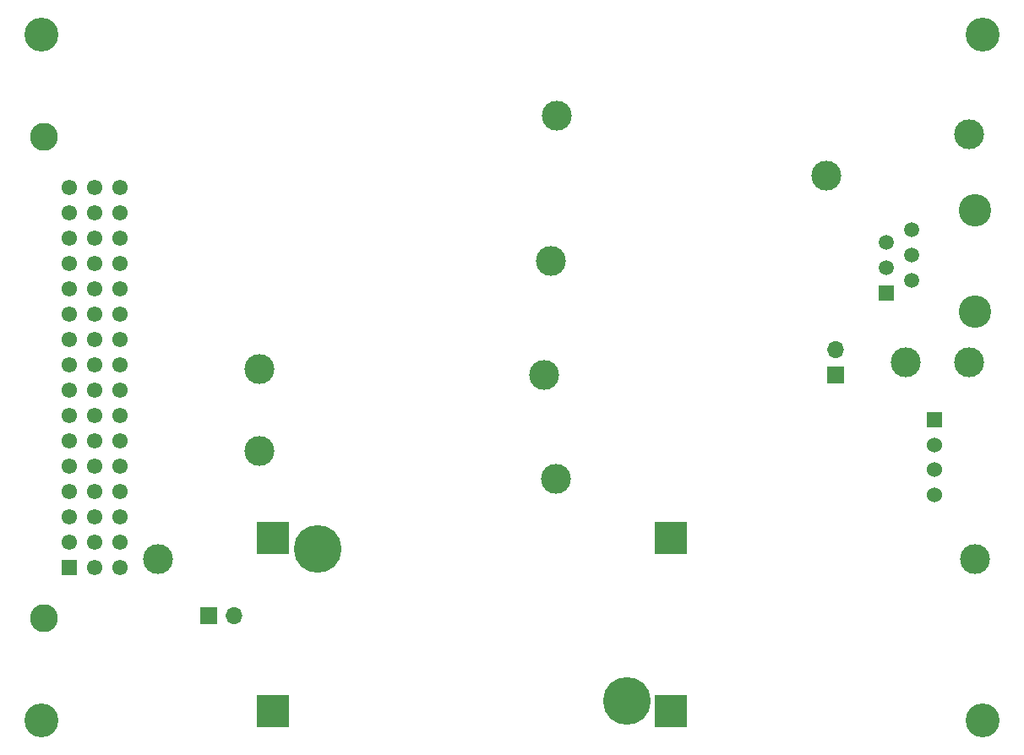
<source format=gbr>
%TF.GenerationSoftware,KiCad,Pcbnew,(6.0.6)*%
%TF.CreationDate,2022-11-29T14:39:04-05:00*%
%TF.ProjectId,PolyVent_SPI_Controller,506f6c79-5665-46e7-945f-5350495f436f,0.1*%
%TF.SameCoordinates,Original*%
%TF.FileFunction,Soldermask,Bot*%
%TF.FilePolarity,Negative*%
%FSLAX46Y46*%
G04 Gerber Fmt 4.6, Leading zero omitted, Abs format (unit mm)*
G04 Created by KiCad (PCBNEW (6.0.6)) date 2022-11-29 14:39:04*
%MOMM*%
%LPD*%
G01*
G04 APERTURE LIST*
G04 Aperture macros list*
%AMRoundRect*
0 Rectangle with rounded corners*
0 $1 Rounding radius*
0 $2 $3 $4 $5 $6 $7 $8 $9 X,Y pos of 4 corners*
0 Add a 4 corners polygon primitive as box body*
4,1,4,$2,$3,$4,$5,$6,$7,$8,$9,$2,$3,0*
0 Add four circle primitives for the rounded corners*
1,1,$1+$1,$2,$3*
1,1,$1+$1,$4,$5*
1,1,$1+$1,$6,$7*
1,1,$1+$1,$8,$9*
0 Add four rect primitives between the rounded corners*
20,1,$1+$1,$2,$3,$4,$5,0*
20,1,$1+$1,$4,$5,$6,$7,0*
20,1,$1+$1,$6,$7,$8,$9,0*
20,1,$1+$1,$8,$9,$2,$3,0*%
G04 Aperture macros list end*
%ADD10C,3.000000*%
%ADD11C,3.400000*%
%ADD12R,1.524000X1.524000*%
%ADD13C,1.524000*%
%ADD14R,1.700000X1.700000*%
%ADD15O,1.700000X1.700000*%
%ADD16C,3.250000*%
%ADD17R,1.520000X1.520000*%
%ADD18C,1.520000*%
%ADD19C,4.775200*%
%ADD20R,3.175000X3.175000*%
%ADD21C,2.800000*%
%ADD22RoundRect,0.101600X-0.675000X0.675000X-0.675000X-0.675000X0.675000X-0.675000X0.675000X0.675000X0*%
%ADD23C,1.553200*%
G04 APERTURE END LIST*
D10*
%TO.C,TP101*%
X180000000Y-84772500D03*
%TD*%
%TO.C,TP103*%
X152400000Y-93345000D03*
%TD*%
%TO.C,TP106*%
X123190000Y-104140000D03*
%TD*%
%TO.C,TP203*%
X194945000Y-123190000D03*
%TD*%
D11*
%TO.C,@HOLE1*%
X101341100Y-70643600D03*
%TD*%
D10*
%TO.C,TP104*%
X151765000Y-104775000D03*
%TD*%
%TO.C,TP105*%
X152908000Y-115189000D03*
%TD*%
D11*
%TO.C,@HOLE0*%
X101341100Y-139363600D03*
%TD*%
D12*
%TO.C,J201*%
X190825000Y-109280000D03*
D13*
X190825000Y-111780000D03*
X190825000Y-114280000D03*
X190825000Y-116780000D03*
%TD*%
D14*
%TO.C,J103*%
X118110000Y-128905000D03*
D15*
X120650000Y-128905000D03*
%TD*%
D10*
%TO.C,TP108*%
X194310000Y-80645000D03*
%TD*%
D16*
%TO.C,J102*%
X194945000Y-88270000D03*
X194945000Y-98430000D03*
D17*
X186055000Y-96520000D03*
D18*
X188595000Y-95250000D03*
X186055000Y-93980000D03*
X188595000Y-92710000D03*
X186055000Y-91440000D03*
X188595000Y-90170000D03*
%TD*%
D19*
%TO.C,U101*%
X160020000Y-137414000D03*
X129032000Y-122174000D03*
D20*
X124587000Y-121107200D03*
X124587000Y-138480800D03*
X164465000Y-121107200D03*
X164465000Y-138480800D03*
%TD*%
D10*
%TO.C,TP201*%
X194310000Y-103505000D03*
%TD*%
%TO.C,TP109*%
X113030000Y-123190000D03*
%TD*%
D11*
%TO.C,@HOLE2*%
X195661100Y-70643600D03*
%TD*%
D10*
%TO.C,TP202*%
X187960000Y-103505000D03*
%TD*%
D14*
%TO.C,J202*%
X180975000Y-104780000D03*
D15*
X180975000Y-102240000D03*
%TD*%
D11*
%TO.C,@HOLE3*%
X195661100Y-139363600D03*
%TD*%
D21*
%TO.C,J1*%
X101561113Y-80873600D03*
X101561113Y-129133600D03*
D22*
X104101113Y-124053600D03*
D23*
X104101113Y-121513600D03*
X104101113Y-118973600D03*
X104101113Y-116433600D03*
X104101113Y-113893600D03*
X104101113Y-111353600D03*
X104101113Y-108813600D03*
X104101113Y-106273600D03*
X104101113Y-103733600D03*
X104101113Y-101193600D03*
X104101113Y-98653600D03*
X104101113Y-96113600D03*
X104101113Y-93573600D03*
X104101113Y-91033600D03*
X104101113Y-88493600D03*
X104101113Y-85953600D03*
X106641113Y-124053600D03*
X106641113Y-121513600D03*
X106641113Y-118973600D03*
X106641113Y-116433600D03*
X106641113Y-113893600D03*
X106641113Y-111353600D03*
X106641113Y-108813600D03*
X106641113Y-106273600D03*
X106641113Y-103733600D03*
X106641113Y-101193600D03*
X106641113Y-98653600D03*
X106641113Y-96113600D03*
X106641113Y-93573600D03*
X106641113Y-91033600D03*
X106641113Y-88493600D03*
X106641113Y-85953600D03*
X109181113Y-124053600D03*
X109181113Y-121513600D03*
X109181113Y-118973600D03*
X109181113Y-116433600D03*
X109181113Y-113893600D03*
X109181113Y-111353600D03*
X109181113Y-108813600D03*
X109181113Y-106273600D03*
X109181113Y-103733600D03*
X109181113Y-101193600D03*
X109181113Y-98653600D03*
X109181113Y-96113600D03*
X109181113Y-93573600D03*
X109181113Y-91033600D03*
X109181113Y-88493600D03*
X109181113Y-85953600D03*
%TD*%
D10*
%TO.C,TP107*%
X123190000Y-112395000D03*
%TD*%
%TO.C,TP102*%
X153035000Y-78740000D03*
%TD*%
M02*

</source>
